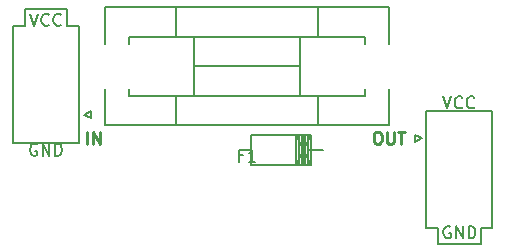
<source format=gto>
G04 #@! TF.GenerationSoftware,KiCad,Pcbnew,5.0.0-rc2*
G04 #@! TF.CreationDate,2019-06-24T22:20:35-04:00*
G04 #@! TF.ProjectId,pcb,7063622E6B696361645F706362000000,rev?*
G04 #@! TF.SameCoordinates,Original*
G04 #@! TF.FileFunction,Legend,Top*
G04 #@! TF.FilePolarity,Positive*
%FSLAX46Y46*%
G04 Gerber Fmt 4.6, Leading zero omitted, Abs format (unit mm)*
G04 Created by KiCad (PCBNEW 5.0.0-rc2) date Mon Jun 24 22:20:35 2019*
%MOMM*%
%LPD*%
G01*
G04 APERTURE LIST*
%ADD10C,0.254000*%
%ADD11C,0.152400*%
%ADD12C,0.150000*%
G04 APERTURE END LIST*
D10*
X139984000Y-89443619D02*
X140177523Y-89443619D01*
X140274285Y-89492000D01*
X140371047Y-89588761D01*
X140419428Y-89782285D01*
X140419428Y-90120952D01*
X140371047Y-90314476D01*
X140274285Y-90411238D01*
X140177523Y-90459619D01*
X139984000Y-90459619D01*
X139887238Y-90411238D01*
X139790476Y-90314476D01*
X139742095Y-90120952D01*
X139742095Y-89782285D01*
X139790476Y-89588761D01*
X139887238Y-89492000D01*
X139984000Y-89443619D01*
X140854857Y-89443619D02*
X140854857Y-90266095D01*
X140903238Y-90362857D01*
X140951619Y-90411238D01*
X141048380Y-90459619D01*
X141241904Y-90459619D01*
X141338666Y-90411238D01*
X141387047Y-90362857D01*
X141435428Y-90266095D01*
X141435428Y-89443619D01*
X141774095Y-89443619D02*
X142354666Y-89443619D01*
X142064380Y-90459619D02*
X142064380Y-89443619D01*
X115467809Y-90459619D02*
X115467809Y-89443619D01*
X115951619Y-90459619D02*
X115951619Y-89443619D01*
X116532190Y-90459619D01*
X116532190Y-89443619D01*
D11*
X146225904Y-97492000D02*
X146129142Y-97443619D01*
X145983999Y-97443619D01*
X145838857Y-97492000D01*
X145742095Y-97588761D01*
X145693714Y-97685523D01*
X145645333Y-97879047D01*
X145645333Y-98024190D01*
X145693714Y-98217714D01*
X145742095Y-98314476D01*
X145838857Y-98411238D01*
X145983999Y-98459619D01*
X146080761Y-98459619D01*
X146225904Y-98411238D01*
X146274285Y-98362857D01*
X146274285Y-98024190D01*
X146080761Y-98024190D01*
X146709714Y-98459619D02*
X146709714Y-97443619D01*
X147290285Y-98459619D01*
X147290285Y-97443619D01*
X147774095Y-98459619D02*
X147774095Y-97443619D01*
X148015999Y-97443619D01*
X148161142Y-97492000D01*
X148257904Y-97588761D01*
X148306285Y-97685523D01*
X148354666Y-97879047D01*
X148354666Y-98024190D01*
X148306285Y-98217714D01*
X148257904Y-98314476D01*
X148161142Y-98411238D01*
X148015999Y-98459619D01*
X147774095Y-98459619D01*
X145645333Y-86443619D02*
X145984000Y-87459619D01*
X146322666Y-86443619D01*
X147241904Y-87362857D02*
X147193523Y-87411238D01*
X147048380Y-87459619D01*
X146951619Y-87459619D01*
X146806476Y-87411238D01*
X146709714Y-87314476D01*
X146661333Y-87217714D01*
X146612952Y-87024190D01*
X146612952Y-86879047D01*
X146661333Y-86685523D01*
X146709714Y-86588761D01*
X146806476Y-86492000D01*
X146951619Y-86443619D01*
X147048380Y-86443619D01*
X147193523Y-86492000D01*
X147241904Y-86540380D01*
X148257904Y-87362857D02*
X148209523Y-87411238D01*
X148064380Y-87459619D01*
X147967619Y-87459619D01*
X147822476Y-87411238D01*
X147725714Y-87314476D01*
X147677333Y-87217714D01*
X147628952Y-87024190D01*
X147628952Y-86879047D01*
X147677333Y-86685523D01*
X147725714Y-86588761D01*
X147822476Y-86492000D01*
X147967619Y-86443619D01*
X148064380Y-86443619D01*
X148209523Y-86492000D01*
X148257904Y-86540380D01*
X111225904Y-90492000D02*
X111129142Y-90443619D01*
X110983999Y-90443619D01*
X110838857Y-90492000D01*
X110742095Y-90588761D01*
X110693714Y-90685523D01*
X110645333Y-90879047D01*
X110645333Y-91024190D01*
X110693714Y-91217714D01*
X110742095Y-91314476D01*
X110838857Y-91411238D01*
X110983999Y-91459619D01*
X111080761Y-91459619D01*
X111225904Y-91411238D01*
X111274285Y-91362857D01*
X111274285Y-91024190D01*
X111080761Y-91024190D01*
X111709714Y-91459619D02*
X111709714Y-90443619D01*
X112290285Y-91459619D01*
X112290285Y-90443619D01*
X112774095Y-91459619D02*
X112774095Y-90443619D01*
X113015999Y-90443619D01*
X113161142Y-90492000D01*
X113257904Y-90588761D01*
X113306285Y-90685523D01*
X113354666Y-90879047D01*
X113354666Y-91024190D01*
X113306285Y-91217714D01*
X113257904Y-91314476D01*
X113161142Y-91411238D01*
X113015999Y-91459619D01*
X112774095Y-91459619D01*
X110645333Y-79443619D02*
X110984000Y-80459619D01*
X111322666Y-79443619D01*
X112241904Y-80362857D02*
X112193523Y-80411238D01*
X112048380Y-80459619D01*
X111951619Y-80459619D01*
X111806476Y-80411238D01*
X111709714Y-80314476D01*
X111661333Y-80217714D01*
X111612952Y-80024190D01*
X111612952Y-79879047D01*
X111661333Y-79685523D01*
X111709714Y-79588761D01*
X111806476Y-79492000D01*
X111951619Y-79443619D01*
X112048380Y-79443619D01*
X112193523Y-79492000D01*
X112241904Y-79540380D01*
X113257904Y-80362857D02*
X113209523Y-80411238D01*
X113064380Y-80459619D01*
X112967619Y-80459619D01*
X112822476Y-80411238D01*
X112725714Y-80314476D01*
X112677333Y-80217714D01*
X112628952Y-80024190D01*
X112628952Y-79879047D01*
X112677333Y-79685523D01*
X112725714Y-79588761D01*
X112822476Y-79492000D01*
X112967619Y-79443619D01*
X113064380Y-79443619D01*
X113209523Y-79492000D01*
X113257904Y-79540380D01*
D12*
G04 #@! TO.C,D1*
X129380000Y-91002540D02*
X128364000Y-91002540D01*
X134206000Y-91002540D02*
X135476000Y-91002540D01*
X133952000Y-92272540D02*
X133952000Y-89732540D01*
X133698000Y-92272540D02*
X133698000Y-89732540D01*
X133444000Y-92272540D02*
X133444000Y-89732540D01*
X134206000Y-92272540D02*
X134206000Y-89732540D01*
X133190000Y-92272540D02*
X134460000Y-89732540D01*
X134460000Y-92272540D02*
X133190000Y-89732540D01*
X133190000Y-92272540D02*
X133190000Y-89732540D01*
X133825000Y-92272540D02*
X133825000Y-89732540D01*
X134460000Y-89732540D02*
X134460000Y-92272540D01*
X134460000Y-92272540D02*
X129380000Y-92272540D01*
X129380000Y-92272540D02*
X129380000Y-89732540D01*
X129380000Y-89732540D02*
X134460000Y-89732540D01*
G04 #@! TO.C,F1*
X135004470Y-86380860D02*
X135004470Y-88882760D01*
X135004470Y-78880240D02*
X135004470Y-81382140D01*
X123005510Y-78880240D02*
X123005510Y-81382140D01*
X123005510Y-88882760D02*
X123005510Y-86380860D01*
X133505870Y-83881500D02*
X124504110Y-83881500D01*
X133505870Y-86380860D02*
X133505870Y-81382140D01*
X124504110Y-86380860D02*
X124504110Y-81382140D01*
X119005010Y-85781420D02*
X119005010Y-86380860D01*
X139004970Y-81981580D02*
X139004970Y-81382140D01*
X139004970Y-81382140D02*
X119005010Y-81382140D01*
X119005010Y-81382140D02*
X119005010Y-81981580D01*
X119005010Y-86380860D02*
X139004970Y-86380860D01*
X139004970Y-86380860D02*
X139004970Y-85781420D01*
X117006030Y-85781420D02*
X117006030Y-88882760D01*
X141003950Y-81981580D02*
X141003950Y-78880240D01*
X141003950Y-78880240D02*
X117006030Y-78880240D01*
X117006030Y-78880240D02*
X117006030Y-81981580D01*
X117006030Y-88882760D02*
X141003950Y-88882760D01*
X141003950Y-88882760D02*
X141003950Y-85781420D01*
G04 #@! TO.C,P1*
X112000000Y-90350000D02*
X114800000Y-90350000D01*
X114800000Y-90350000D02*
X114800000Y-80450000D01*
X114800000Y-80450000D02*
X113800000Y-80450000D01*
X113800000Y-80450000D02*
X113800000Y-79050000D01*
X113800000Y-79050000D02*
X112000000Y-79050000D01*
X112000000Y-90350000D02*
X109200000Y-90350000D01*
X109200000Y-90350000D02*
X109200000Y-80450000D01*
X109200000Y-80450000D02*
X110200000Y-80450000D01*
X110200000Y-80450000D02*
X110200000Y-79050000D01*
X110200000Y-79050000D02*
X112000000Y-79050000D01*
X115200000Y-88000000D02*
X115800000Y-87700000D01*
X115800000Y-87700000D02*
X115800000Y-88300000D01*
X115800000Y-88300000D02*
X115200000Y-88000000D01*
G04 #@! TO.C,P2*
X143200000Y-89700000D02*
X143800000Y-90000000D01*
X143200000Y-90300000D02*
X143200000Y-89700000D01*
X143800000Y-90000000D02*
X143200000Y-90300000D01*
X148800000Y-98950000D02*
X147000000Y-98950000D01*
X148800000Y-97550000D02*
X148800000Y-98950000D01*
X149800000Y-97550000D02*
X148800000Y-97550000D01*
X149800000Y-87650000D02*
X149800000Y-97550000D01*
X147000000Y-87650000D02*
X149800000Y-87650000D01*
X145200000Y-98950000D02*
X147000000Y-98950000D01*
X145200000Y-97550000D02*
X145200000Y-98950000D01*
X144200000Y-97550000D02*
X145200000Y-97550000D01*
X144200000Y-87650000D02*
X144200000Y-97550000D01*
X147000000Y-87650000D02*
X144200000Y-87650000D01*
G04 #@! TO.C,F1*
X128671656Y-91430071D02*
X128338323Y-91430071D01*
X128338323Y-91953880D02*
X128338323Y-90953880D01*
X128814513Y-90953880D01*
X129719275Y-91953880D02*
X129147847Y-91953880D01*
X129433561Y-91953880D02*
X129433561Y-90953880D01*
X129338323Y-91096738D01*
X129243085Y-91191976D01*
X129147847Y-91239595D01*
G04 #@! TD*
M02*

</source>
